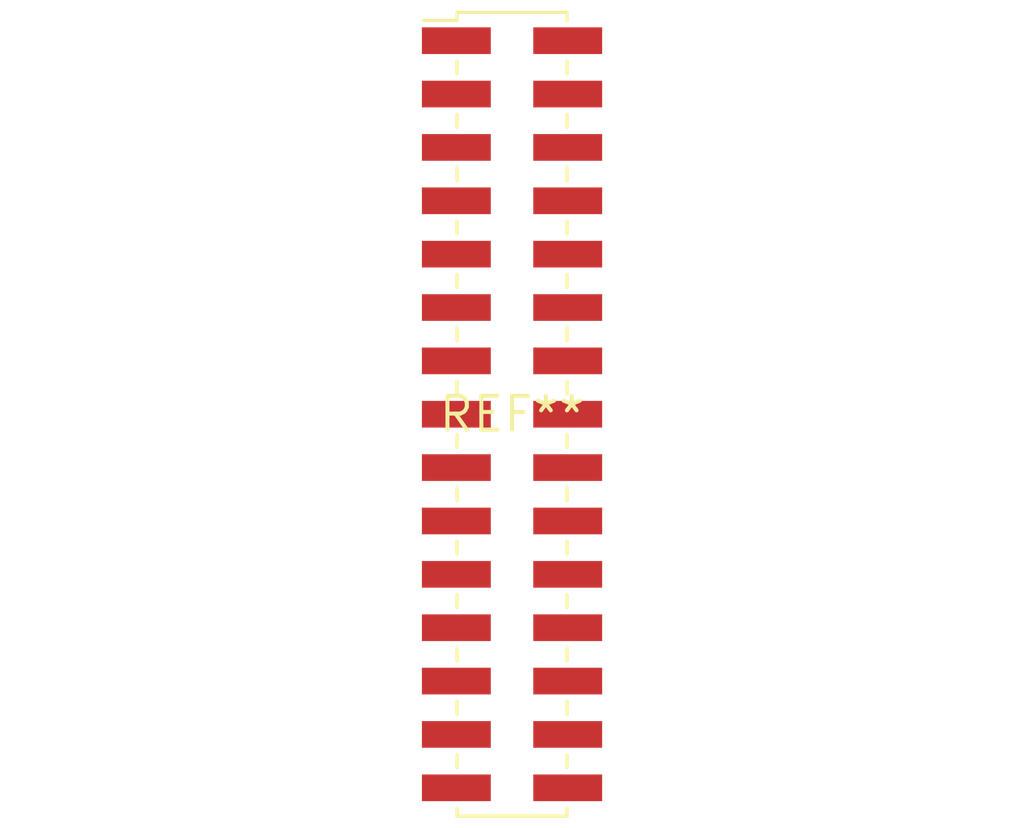
<source format=kicad_pcb>
(kicad_pcb (version 20240108) (generator pcbnew)
  (layers (0 "F.Cu" signal) (31 "B.Cu" signal) (34 "B.Paste" user) (35 "F.Paste" user) (36 "B.SilkS" user "B.Silkscreen") (37 "F.SilkS" user "F.Silkscreen") (38 "B.Mask" user) (39 "F.Mask" user) (44 "Edge.Cuts" user))
  (net 0 "")
  (footprint "PinHeader_2x15_P2.00mm_Vertical_SMD" (layer "F.Cu") (at 0 0)
    (property "Reference" "REF**")
    (property "Value" "PinHeader_2x15_P2.00mm_Vertical_SMD")
    (fp_line (start -3.315 -14.76) (end -2.06 -14.76) (layer "F.SilkS") (stroke (width 0.12)))
    (fp_line (start -2.06 -15.06) (end -2.06 -14.76) (layer "F.SilkS") (stroke (width 0.12)))
    (fp_line (start -2.06 -15.06) (end 2.06 -15.06) (layer "F.SilkS") (stroke (width 0.12)))
    (fp_line (start -2.06 -13.24) (end -2.06 -12.76) (layer "F.SilkS") (stroke (width 0.12)))
    (fp_line (start -2.06 -11.24) (end -2.06 -10.76) (layer "F.SilkS") (stroke (width 0.12)))
    (fp_line (start -2.06 -9.24) (end -2.06 -8.76) (layer "F.SilkS") (stroke (width 0.12)))
    (fp_line (start -2.06 -7.24) (end -2.06 -6.76) (layer "F.SilkS") (stroke (width 0.12)))
    (fp_line (start -2.06 -5.24) (end -2.06 -4.76) (layer "F.SilkS") (stroke (width 0.12)))
    (fp_line (start -2.06 -3.24) (end -2.06 -2.76) (layer "F.SilkS") (stroke (width 0.12)))
    (fp_line (start -2.06 -1.24) (end -2.06 -0.76) (layer "F.SilkS") (stroke (width 0.12)))
    (fp_line (start -2.06 0.76) (end -2.06 1.24) (layer "F.SilkS") (stroke (width 0.12)))
    (fp_line (start -2.06 2.76) (end -2.06 3.24) (layer "F.SilkS") (stroke (width 0.12)))
    (fp_line (start -2.06 4.76) (end -2.06 5.24) (layer "F.SilkS") (stroke (width 0.12)))
    (fp_line (start -2.06 6.76) (end -2.06 7.24) (layer "F.SilkS") (stroke (width 0.12)))
    (fp_line (start -2.06 8.76) (end -2.06 9.24) (layer "F.SilkS") (stroke (width 0.12)))
    (fp_line (start -2.06 10.76) (end -2.06 11.24) (layer "F.SilkS") (stroke (width 0.12)))
    (fp_line (start -2.06 12.76) (end -2.06 13.24) (layer "F.SilkS") (stroke (width 0.12)))
    (fp_line (start -2.06 14.76) (end -2.06 15.06) (layer "F.SilkS") (stroke (width 0.12)))
    (fp_line (start -2.06 15.06) (end 2.06 15.06) (layer "F.SilkS") (stroke (width 0.12)))
    (fp_line (start 2.06 -15.06) (end 2.06 -14.76) (layer "F.SilkS") (stroke (width 0.12)))
    (fp_line (start 2.06 -13.24) (end 2.06 -12.76) (layer "F.SilkS") (stroke (width 0.12)))
    (fp_line (start 2.06 -11.24) (end 2.06 -10.76) (layer "F.SilkS") (stroke (width 0.12)))
    (fp_line (start 2.06 -9.24) (end 2.06 -8.76) (layer "F.SilkS") (stroke (width 0.12)))
    (fp_line (start 2.06 -7.24) (end 2.06 -6.76) (layer "F.SilkS") (stroke (width 0.12)))
    (fp_line (start 2.06 -5.24) (end 2.06 -4.76) (layer "F.SilkS") (stroke (width 0.12)))
    (fp_line (start 2.06 -3.24) (end 2.06 -2.76) (layer "F.SilkS") (stroke (width 0.12)))
    (fp_line (start 2.06 -1.24) (end 2.06 -0.76) (layer "F.SilkS") (stroke (width 0.12)))
    (fp_line (start 2.06 0.76) (end 2.06 1.24) (layer "F.SilkS") (stroke (width 0.12)))
    (fp_line (start 2.06 2.76) (end 2.06 3.24) (layer "F.SilkS") (stroke (width 0.12)))
    (fp_line (start 2.06 4.76) (end 2.06 5.24) (layer "F.SilkS") (stroke (width 0.12)))
    (fp_line (start 2.06 6.76) (end 2.06 7.24) (layer "F.SilkS") (stroke (width 0.12)))
    (fp_line (start 2.06 8.76) (end 2.06 9.24) (layer "F.SilkS") (stroke (width 0.12)))
    (fp_line (start 2.06 10.76) (end 2.06 11.24) (layer "F.SilkS") (stroke (width 0.12)))
    (fp_line (start 2.06 12.76) (end 2.06 13.24) (layer "F.SilkS") (stroke (width 0.12)))
    (fp_line (start 2.06 14.76) (end 2.06 15.06) (layer "F.SilkS") (stroke (width 0.12)))
    (pad "1" smd rect (at -2.085 -14) (size 2.58 1) (layers "F.Cu" "F.Paste" "F.Mask"))
    (pad "2" smd rect (at 2.085 -14) (size 2.58 1) (layers "F.Cu" "F.Paste" "F.Mask"))
    (pad "3" smd rect (at -2.085 -12) (size 2.58 1) (layers "F.Cu" "F.Paste" "F.Mask"))
    (pad "4" smd rect (at 2.085 -12) (size 2.58 1) (layers "F.Cu" "F.Paste" "F.Mask"))
    (pad "5" smd rect (at -2.085 -10) (size 2.58 1) (layers "F.Cu" "F.Paste" "F.Mask"))
    (pad "6" smd rect (at 2.085 -10) (size 2.58 1) (layers "F.Cu" "F.Paste" "F.Mask"))
    (pad "7" smd rect (at -2.085 -8) (size 2.58 1) (layers "F.Cu" "F.Paste" "F.Mask"))
    (pad "8" smd rect (at 2.085 -8) (size 2.58 1) (layers "F.Cu" "F.Paste" "F.Mask"))
    (pad "9" smd rect (at -2.085 -6) (size 2.58 1) (layers "F.Cu" "F.Paste" "F.Mask"))
    (pad "10" smd rect (at 2.085 -6) (size 2.58 1) (layers "F.Cu" "F.Paste" "F.Mask"))
    (pad "11" smd rect (at -2.085 -4) (size 2.58 1) (layers "F.Cu" "F.Paste" "F.Mask"))
    (pad "12" smd rect (at 2.085 -4) (size 2.58 1) (layers "F.Cu" "F.Paste" "F.Mask"))
    (pad "13" smd rect (at -2.085 -2) (size 2.58 1) (layers "F.Cu" "F.Paste" "F.Mask"))
    (pad "14" smd rect (at 2.085 -2) (size 2.58 1) (layers "F.Cu" "F.Paste" "F.Mask"))
    (pad "15" smd rect (at -2.085 0) (size 2.58 1) (layers "F.Cu" "F.Paste" "F.Mask"))
    (pad "16" smd rect (at 2.085 0) (size 2.58 1) (layers "F.Cu" "F.Paste" "F.Mask"))
    (pad "17" smd rect (at -2.085 2) (size 2.58 1) (layers "F.Cu" "F.Paste" "F.Mask"))
    (pad "18" smd rect (at 2.085 2) (size 2.58 1) (layers "F.Cu" "F.Paste" "F.Mask"))
    (pad "19" smd rect (at -2.085 4) (size 2.58 1) (layers "F.Cu" "F.Paste" "F.Mask"))
    (pad "20" smd rect (at 2.085 4) (size 2.58 1) (layers "F.Cu" "F.Paste" "F.Mask"))
    (pad "21" smd rect (at -2.085 6) (size 2.58 1) (layers "F.Cu" "F.Paste" "F.Mask"))
    (pad "22" smd rect (at 2.085 6) (size 2.58 1) (layers "F.Cu" "F.Paste" "F.Mask"))
    (pad "23" smd rect (at -2.085 8) (size 2.58 1) (layers "F.Cu" "F.Paste" "F.Mask"))
    (pad "24" smd rect (at 2.085 8) (size 2.58 1) (layers "F.Cu" "F.Paste" "F.Mask"))
    (pad "25" smd rect (at -2.085 10) (size 2.58 1) (layers "F.Cu" "F.Paste" "F.Mask"))
    (pad "26" smd rect (at 2.085 10) (size 2.58 1) (layers "F.Cu" "F.Paste" "F.Mask"))
    (pad "27" smd rect (at -2.085 12) (size 2.58 1) (layers "F.Cu" "F.Paste" "F.Mask"))
    (pad "28" smd rect (at 2.085 12) (size 2.58 1) (layers "F.Cu" "F.Paste" "F.Mask"))
    (pad "29" smd rect (at -2.085 14) (size 2.58 1) (layers "F.Cu" "F.Paste" "F.Mask"))
    (pad "30" smd rect (at 2.085 14) (size 2.58 1) (layers "F.Cu" "F.Paste" "F.Mask"))
  )
)
</source>
